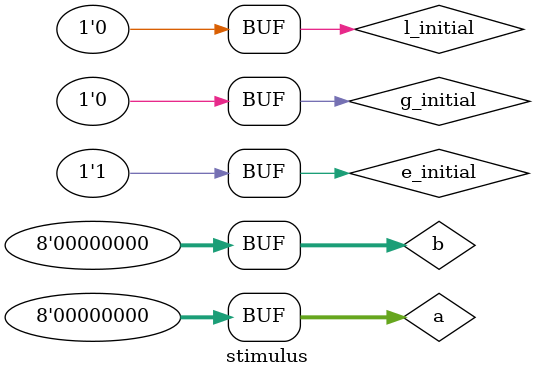
<source format=v>
`include "A1Q2_eight_bit_comparator.v"
module stimulus;

    reg [7:0] a;
    reg [7:0] b;
    reg l_initial;
    reg e_initial;
    reg g_initial;
    
    wire l,e,g;

    initial begin
        l_initial = 0;
        e_initial =1;
        g_initial =0; 
        a = 8'b00000001;
        b = 8'b00000001;

        #5
        a = 8'b00000001;
        b = 8'b00000010;

         #5
        a = 8'b00010000;
        b = 8'b00000011;

         #5
        a = 8'b00011000;
        b = 8'b00000010;

         #5
        a = 8'b10000001;
        b = 8'b01000010;

         #5
        a = 8'b00000100;
        b = 8'b00000100;

         #5
        a = 8'b00000001;
        b = 8'b00000010;

         #5
        a = 8'b00100001;
        b = 8'b00100010;

         #5
        a = 8'b00000001;
        b = 8'b00010010;

         #5
        a = 8'b00100001;
        b = 8'b00010010;

         #5
        a = 8'b01000001;
        b = 8'b00010010;

         #5
        a = 8'b00000001;
        b = 8'b10000010;

         #5
        a = 8'b00100001;
        b = 8'b00100010;

         #5
        a = 8'b00000001;
        b = 8'b01111110;

         #5
        a = 8'b00000000;
        b = 8'b00000000;

    end

    eight_bit_comparator c1(a,b,l_initial,e_initial,g_initial,l,e,g);

    initial begin
        $monitor($time," a : %d ,b : %d , a<b : %d , a=b : %d , a>b : %d",a,b,l,e,g);
        $dumpfile("8_bit_comparator.vcd");
        $dumpvars(0,stimulus);
    end
endmodule
</source>
